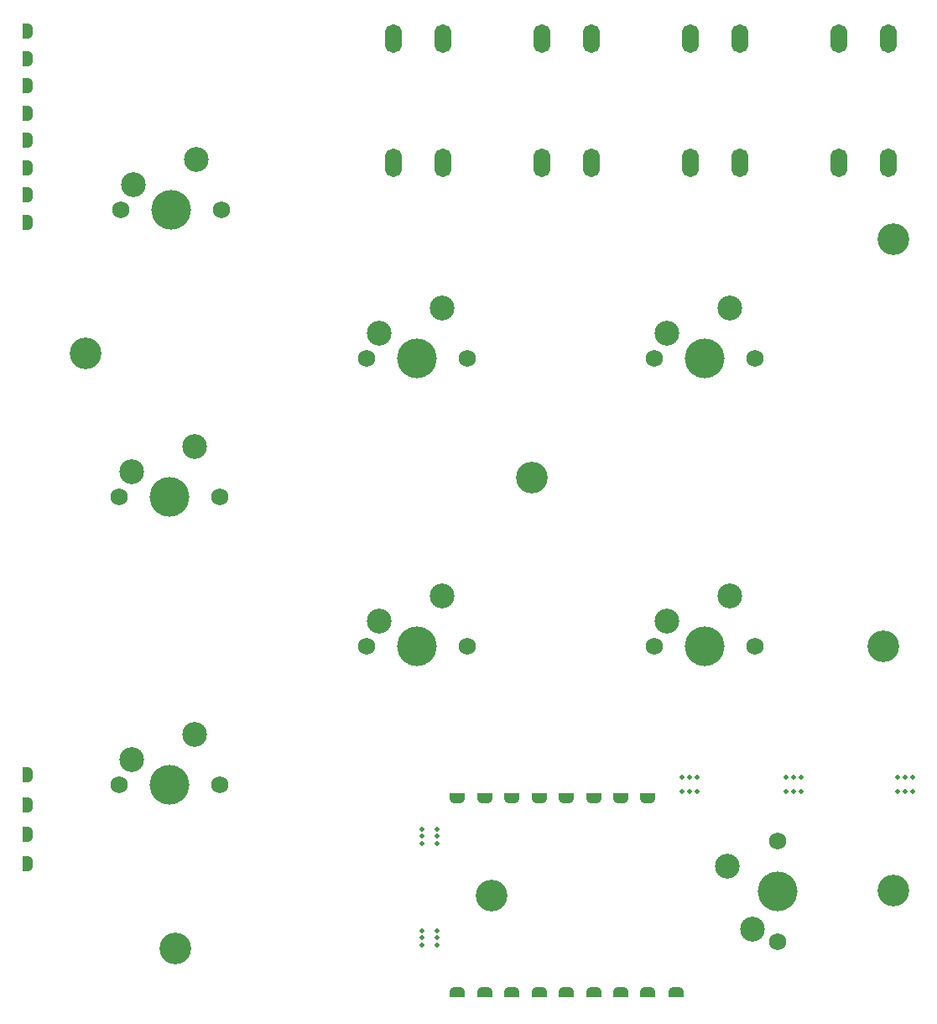
<source format=gbr>
%TF.GenerationSoftware,KiCad,Pcbnew,8.0.4*%
%TF.CreationDate,2024-07-25T19:41:12-07:00*%
%TF.ProjectId,panel_2,70616e65-6c5f-4322-9e6b-696361645f70,rev?*%
%TF.SameCoordinates,Original*%
%TF.FileFunction,Soldermask,Top*%
%TF.FilePolarity,Negative*%
%FSLAX46Y46*%
G04 Gerber Fmt 4.6, Leading zero omitted, Abs format (unit mm)*
G04 Created by KiCad (PCBNEW 8.0.4) date 2024-07-25 19:41:12*
%MOMM*%
%LPD*%
G01*
G04 APERTURE LIST*
G04 Aperture macros list*
%AMFreePoly0*
4,1,19,0.000000,0.744911,0.071157,0.744911,0.207708,0.704816,0.327430,0.627875,0.420627,0.520320,0.479746,0.390866,0.500000,0.250000,0.500000,-0.250000,0.479746,-0.390866,0.420627,-0.520320,0.327430,-0.627875,0.207708,-0.704816,0.071157,-0.744911,0.000000,-0.744911,0.000000,-0.750000,-0.500000,-0.750000,-0.500000,0.750000,0.000000,0.750000,0.000000,0.744911,0.000000,0.744911,
$1*%
%AMFreePoly1*
4,1,19,0.500000,-0.750000,0.000000,-0.750000,0.000000,-0.744911,-0.071157,-0.744911,-0.207708,-0.704816,-0.327430,-0.627875,-0.420627,-0.520320,-0.479746,-0.390866,-0.500000,-0.250000,-0.500000,0.250000,-0.479746,0.390866,-0.420627,0.520320,-0.327430,0.627875,-0.207708,0.704816,-0.071157,0.744911,0.000000,0.744911,0.000000,0.750000,0.500000,0.750000,0.500000,-0.750000,0.500000,-0.750000,
$1*%
G04 Aperture macros list end*
%ADD10C,0.500000*%
%ADD11C,1.750000*%
%ADD12C,4.000000*%
%ADD13C,2.500000*%
%ADD14FreePoly0,0.000000*%
%ADD15FreePoly1,90.000000*%
%ADD16C,3.200000*%
%ADD17FreePoly0,90.000000*%
%ADD18O,1.700000X2.900000*%
G04 APERTURE END LIST*
D10*
%TO.C,mouse-bite-2mm-slot*%
X179750000Y-117000000D03*
X179750000Y-118500000D03*
X180500000Y-117000000D03*
X180500000Y-118500000D03*
X181250000Y-117000000D03*
X181250000Y-118500000D03*
%TD*%
D11*
%TO.C,SW2_LK*%
X112403943Y-117800000D03*
D12*
X117483943Y-117800000D03*
D11*
X122563943Y-117800000D03*
D13*
X113673943Y-115260000D03*
X120023943Y-112720000D03*
%TD*%
D14*
%TO.C,JP22*%
X103150000Y-44550000D03*
%TD*%
%TO.C,JP19*%
X103150000Y-122800000D03*
%TD*%
%TO.C,JP25*%
X103150000Y-52800000D03*
%TD*%
D15*
%TO.C,JP24*%
X154800000Y-119140000D03*
%TD*%
D10*
%TO.C,mouse-bite-2mm-slot*%
X169250000Y-117000000D03*
X169250000Y-118500000D03*
X170000000Y-117000000D03*
X170000000Y-118500000D03*
X170750000Y-117000000D03*
X170750000Y-118500000D03*
%TD*%
D16*
%TO.C,H7*%
X150050000Y-128940000D03*
%TD*%
D14*
%TO.C,JP27*%
X103150000Y-58300000D03*
%TD*%
%TO.C,JP23*%
X103150000Y-47300000D03*
%TD*%
D15*
%TO.C,JP27*%
X163050000Y-119140000D03*
%TD*%
D17*
%TO.C,JP3*%
X149300000Y-138720000D03*
%TD*%
%TO.C,JP4*%
X152050000Y-138720000D03*
%TD*%
%TO.C,JP9*%
X168600000Y-138720000D03*
%TD*%
D15*
%TO.C,JP22*%
X149300000Y-119140000D03*
%TD*%
D17*
%TO.C,JP7*%
X160300000Y-138720000D03*
%TD*%
D15*
%TO.C,JP25*%
X157550000Y-119140000D03*
%TD*%
D16*
%TO.C,H8*%
X118050000Y-134300000D03*
%TD*%
D14*
%TO.C,JP21*%
X103150000Y-41800000D03*
%TD*%
D11*
%TO.C,SW3_MK*%
X137403943Y-103800000D03*
D12*
X142483943Y-103800000D03*
D11*
X147563943Y-103800000D03*
D13*
X138673943Y-101260000D03*
X145023943Y-98720000D03*
%TD*%
D14*
%TO.C,JP15*%
X103150000Y-61050000D03*
%TD*%
D17*
%TO.C,JP2*%
X146550000Y-138720000D03*
%TD*%
D16*
%TO.C,H12*%
X109050000Y-74300000D03*
%TD*%
%TO.C,H9*%
X154050000Y-86800000D03*
%TD*%
D18*
%TO.C,SW14_PS*%
X170080000Y-55050000D03*
X170080000Y-42550000D03*
X175080000Y-55050000D03*
X175080000Y-42550000D03*
%TD*%
D14*
%TO.C,JP20*%
X103150000Y-125800000D03*
%TD*%
D10*
%TO.C,mouse-bite-2mm-slot*%
X143000000Y-123750000D03*
X144500000Y-123750000D03*
X143000000Y-123000000D03*
X144500000Y-123000000D03*
X143000000Y-122250000D03*
X144500000Y-122250000D03*
%TD*%
D14*
%TO.C,JP24*%
X103150000Y-50050000D03*
%TD*%
D15*
%TO.C,JP15*%
X165800000Y-119140000D03*
%TD*%
D14*
%TO.C,JP26*%
X103150000Y-55550000D03*
%TD*%
D11*
%TO.C,SW4_LP*%
X112403943Y-88800000D03*
D12*
X117483943Y-88800000D03*
D11*
X122563943Y-88800000D03*
D13*
X113673943Y-86260000D03*
X120023943Y-83720000D03*
%TD*%
D18*
%TO.C,SW11_START*%
X140080000Y-55050000D03*
X140080000Y-42550000D03*
X145080000Y-55050000D03*
X145080000Y-42550000D03*
%TD*%
D11*
%TO.C,SW9_HK*%
X166403943Y-103800000D03*
D12*
X171483943Y-103800000D03*
D11*
X176563943Y-103800000D03*
D13*
X167673943Y-101260000D03*
X174023943Y-98720000D03*
%TD*%
D16*
%TO.C,H10*%
X190550000Y-62800000D03*
%TD*%
D17*
%TO.C,JP5*%
X154800000Y-138720000D03*
%TD*%
D11*
%TO.C,SW5_MP*%
X137403943Y-74800000D03*
D12*
X142483943Y-74800000D03*
D11*
X147563943Y-74800000D03*
D13*
X138673943Y-72260000D03*
X145023943Y-69720000D03*
%TD*%
D17*
%TO.C,JP8*%
X163050000Y-138720000D03*
%TD*%
D16*
%TO.C,H6*%
X190550000Y-128440000D03*
%TD*%
D11*
%TO.C,SW7_HP*%
X166403943Y-74800000D03*
D12*
X171483943Y-74800000D03*
D11*
X176563943Y-74800000D03*
D13*
X167673943Y-72260000D03*
X174023943Y-69720000D03*
%TD*%
D17*
%TO.C,JP6*%
X157550000Y-138720000D03*
%TD*%
D15*
%TO.C,JP23*%
X152050000Y-119140000D03*
%TD*%
D16*
%TO.C,H11*%
X189550000Y-103800000D03*
%TD*%
D14*
%TO.C,JP18*%
X103150000Y-119800000D03*
%TD*%
%TO.C,JP17*%
X103150000Y-116800000D03*
%TD*%
D10*
%TO.C,mouse-bite-2mm-slot*%
X143000000Y-134000000D03*
X144500000Y-134000000D03*
X143000000Y-133250000D03*
X144500000Y-133250000D03*
X143000000Y-132500000D03*
X144500000Y-132500000D03*
%TD*%
D15*
%TO.C,JP26*%
X160300000Y-119140000D03*
%TD*%
D18*
%TO.C,SW15_TOUCHPAD*%
X185080000Y-55050000D03*
X185080000Y-42550000D03*
X190080000Y-55050000D03*
X190080000Y-42550000D03*
%TD*%
D15*
%TO.C,JP21*%
X146550000Y-119140000D03*
%TD*%
D11*
%TO.C,SW12_THROW*%
X178904124Y-133604094D03*
D12*
X178904124Y-128524094D03*
D11*
X178904124Y-123444094D03*
D13*
X176364124Y-132334094D03*
X173824124Y-125984094D03*
%TD*%
D11*
%TO.C,SW6_DI*%
X112584257Y-59800561D03*
D12*
X117664257Y-59800561D03*
D11*
X122744257Y-59800561D03*
D13*
X113854257Y-57260561D03*
X120204257Y-54720561D03*
%TD*%
D17*
%TO.C,JP1*%
X165800000Y-138720000D03*
%TD*%
D18*
%TO.C,SW10_SHARE*%
X155080000Y-55050000D03*
X155080000Y-42550000D03*
X160080000Y-55050000D03*
X160080000Y-42550000D03*
%TD*%
D10*
%TO.C,mouse-bite-2mm-slot*%
X191000000Y-117000000D03*
X191000000Y-118500000D03*
X191750000Y-117000000D03*
X191750000Y-118500000D03*
X192500000Y-117000000D03*
X192500000Y-118500000D03*
%TD*%
M02*

</source>
